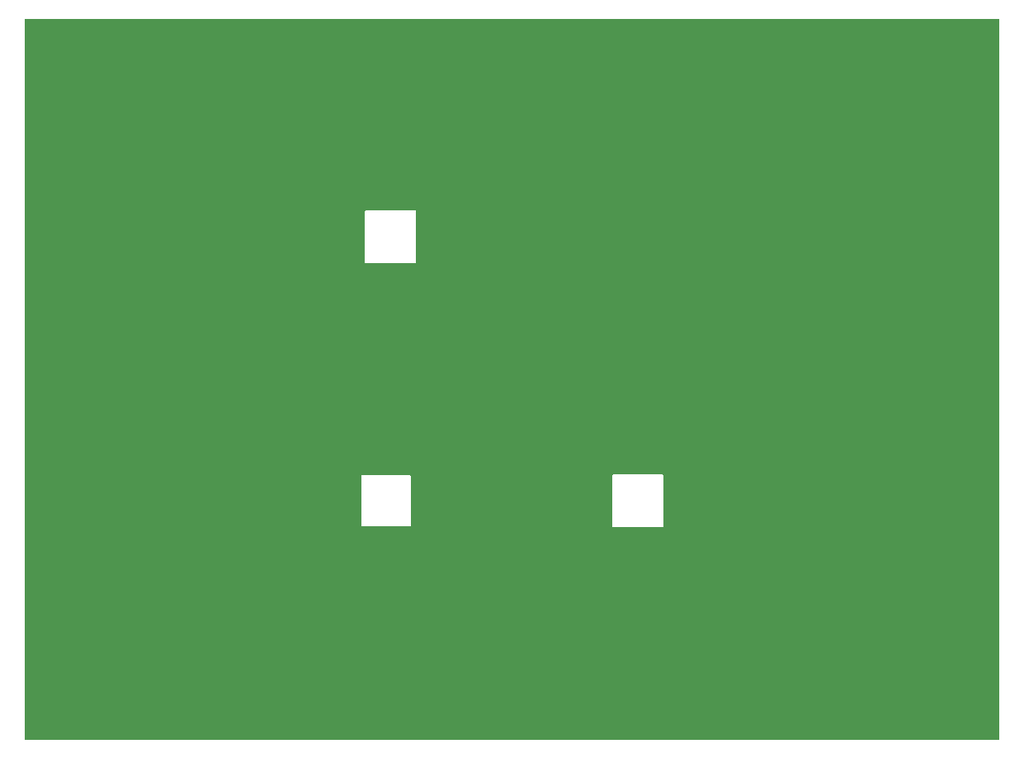
<source format=gbr>
G04 #@! TF.GenerationSoftware,KiCad,Pcbnew,5.1.5-52549c5~84~ubuntu18.04.1*
G04 #@! TF.CreationDate,2020-03-10T09:38:07-07:00*
G04 #@! TF.ProjectId,PD_ElectrodeBoard_v4,50445f45-6c65-4637-9472-6f6465426f61,4*
G04 #@! TF.SameCoordinates,Original*
G04 #@! TF.FileFunction,Soldermask,Top*
G04 #@! TF.FilePolarity,Negative*
%FSLAX46Y46*%
G04 Gerber Fmt 4.6, Leading zero omitted, Abs format (unit mm)*
G04 Created by KiCad (PCBNEW 5.1.5-52549c5~84~ubuntu18.04.1) date 2020-03-10 09:38:07*
%MOMM*%
%LPD*%
G04 APERTURE LIST*
%ADD10C,0.100000*%
G04 APERTURE END LIST*
D10*
G36*
X250000000Y-124000000D02*
G01*
X150000000Y-124000000D01*
X150000000Y-96974999D01*
X184500000Y-96974999D01*
X184500000Y-102025001D01*
X184501441Y-102039633D01*
X184505709Y-102053702D01*
X184512640Y-102066668D01*
X184521967Y-102078033D01*
X184533332Y-102087360D01*
X184546298Y-102094291D01*
X184560367Y-102098559D01*
X184574999Y-102100000D01*
X189525001Y-102100000D01*
X189539633Y-102098559D01*
X189553702Y-102094291D01*
X189566668Y-102087360D01*
X189578033Y-102078033D01*
X189587360Y-102066668D01*
X189594291Y-102053702D01*
X189598559Y-102039633D01*
X189600000Y-102025001D01*
X189600000Y-96974999D01*
X189598559Y-96960367D01*
X189594291Y-96946298D01*
X189587360Y-96933332D01*
X189578033Y-96921967D01*
X189566668Y-96912640D01*
X189553702Y-96905709D01*
X189539633Y-96901441D01*
X189525001Y-96900000D01*
X184574999Y-96900000D01*
X184560367Y-96901441D01*
X184546298Y-96905709D01*
X184533332Y-96912640D01*
X184521967Y-96921967D01*
X184512640Y-96933332D01*
X184505709Y-96946298D01*
X184501441Y-96960367D01*
X184500000Y-96974999D01*
X150000000Y-96974999D01*
X150000000Y-96874999D01*
X210300000Y-96874999D01*
X210300000Y-102125001D01*
X210301441Y-102139633D01*
X210305709Y-102153702D01*
X210312640Y-102166668D01*
X210321967Y-102178033D01*
X210333332Y-102187360D01*
X210346298Y-102194291D01*
X210360367Y-102198559D01*
X210374999Y-102200000D01*
X215425001Y-102200000D01*
X215439633Y-102198559D01*
X215453702Y-102194291D01*
X215466668Y-102187360D01*
X215478033Y-102178033D01*
X215487360Y-102166668D01*
X215494291Y-102153702D01*
X215498559Y-102139633D01*
X215500000Y-102125001D01*
X215500000Y-96874999D01*
X215498559Y-96860367D01*
X215494291Y-96846298D01*
X215487360Y-96833332D01*
X215478033Y-96821967D01*
X215466668Y-96812640D01*
X215453702Y-96805709D01*
X215439633Y-96801441D01*
X215425001Y-96800000D01*
X210374999Y-96800000D01*
X210360367Y-96801441D01*
X210346298Y-96805709D01*
X210333332Y-96812640D01*
X210321967Y-96821967D01*
X210312640Y-96833332D01*
X210305709Y-96846298D01*
X210301441Y-96860367D01*
X210300000Y-96874999D01*
X150000000Y-96874999D01*
X150000000Y-69774999D01*
X184900000Y-69774999D01*
X184900000Y-75025001D01*
X184901441Y-75039633D01*
X184905709Y-75053702D01*
X184912640Y-75066668D01*
X184921967Y-75078033D01*
X184933332Y-75087360D01*
X184946298Y-75094291D01*
X184960367Y-75098559D01*
X184974999Y-75100000D01*
X190025001Y-75100000D01*
X190039633Y-75098559D01*
X190053702Y-75094291D01*
X190066668Y-75087360D01*
X190078033Y-75078033D01*
X190087360Y-75066668D01*
X190094291Y-75053702D01*
X190098559Y-75039633D01*
X190100000Y-75025001D01*
X190100000Y-69774999D01*
X190098559Y-69760367D01*
X190094291Y-69746298D01*
X190087360Y-69733332D01*
X190078033Y-69721967D01*
X190066668Y-69712640D01*
X190053702Y-69705709D01*
X190039633Y-69701441D01*
X190025001Y-69700000D01*
X184974999Y-69700000D01*
X184960367Y-69701441D01*
X184946298Y-69705709D01*
X184933332Y-69712640D01*
X184921967Y-69721967D01*
X184912640Y-69733332D01*
X184905709Y-69746298D01*
X184901441Y-69760367D01*
X184900000Y-69774999D01*
X150000000Y-69774999D01*
X150000000Y-50000000D01*
X250000000Y-50000000D01*
X250000000Y-124000000D01*
G37*
M02*

</source>
